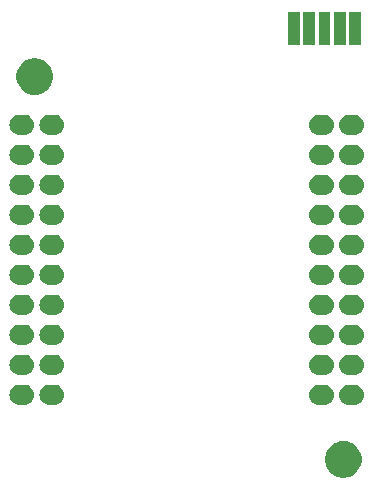
<source format=gbr>
G04 #@! TF.GenerationSoftware,KiCad,Pcbnew,5.1.5*
G04 #@! TF.CreationDate,2020-01-04T22:35:37-05:00*
G04 #@! TF.ProjectId,canairio_hw_pms,63616e61-6972-4696-9f5f-68775f706d73,rev?*
G04 #@! TF.SameCoordinates,PX4c1a6c0PY7ce98a0*
G04 #@! TF.FileFunction,Soldermask,Bot*
G04 #@! TF.FilePolarity,Negative*
%FSLAX46Y46*%
G04 Gerber Fmt 4.6, Leading zero omitted, Abs format (unit mm)*
G04 Created by KiCad (PCBNEW 5.1.5) date 2020-01-04 22:35:37*
%MOMM*%
%LPD*%
G04 APERTURE LIST*
%ADD10C,0.100000*%
G04 APERTURE END LIST*
D10*
G36*
X32903785Y7301298D02*
G01*
X33053610Y7271496D01*
X33335874Y7154579D01*
X33589905Y6984841D01*
X33805941Y6768805D01*
X33975679Y6514774D01*
X34092596Y6232510D01*
X34152200Y5932860D01*
X34152200Y5627340D01*
X34092596Y5327690D01*
X33975679Y5045426D01*
X33805941Y4791395D01*
X33589905Y4575359D01*
X33335874Y4405621D01*
X33053610Y4288704D01*
X32903785Y4258902D01*
X32753961Y4229100D01*
X32448439Y4229100D01*
X32298615Y4258902D01*
X32148790Y4288704D01*
X31866526Y4405621D01*
X31612495Y4575359D01*
X31396459Y4791395D01*
X31226721Y5045426D01*
X31109804Y5327690D01*
X31050200Y5627340D01*
X31050200Y5932860D01*
X31109804Y6232510D01*
X31226721Y6514774D01*
X31396459Y6768805D01*
X31612495Y6984841D01*
X31866526Y7154579D01*
X32148790Y7271496D01*
X32298615Y7301298D01*
X32448439Y7331100D01*
X32753961Y7331100D01*
X32903785Y7301298D01*
G37*
G36*
X33584936Y12104593D02*
G01*
X33668343Y12096378D01*
X33828870Y12047682D01*
X33976813Y11968605D01*
X34010592Y11940883D01*
X34106486Y11862186D01*
X34185183Y11766292D01*
X34212905Y11732513D01*
X34291982Y11584570D01*
X34340678Y11424043D01*
X34357120Y11257100D01*
X34340678Y11090157D01*
X34291982Y10929630D01*
X34212905Y10781687D01*
X34185183Y10747908D01*
X34106486Y10652014D01*
X34010592Y10573317D01*
X33976813Y10545595D01*
X33828870Y10466518D01*
X33668343Y10417822D01*
X33584936Y10409607D01*
X33543233Y10405500D01*
X33079967Y10405500D01*
X33038264Y10409607D01*
X32954857Y10417822D01*
X32794330Y10466518D01*
X32646387Y10545595D01*
X32612608Y10573317D01*
X32516714Y10652014D01*
X32438017Y10747908D01*
X32410295Y10781687D01*
X32331218Y10929630D01*
X32282522Y11090157D01*
X32266080Y11257100D01*
X32282522Y11424043D01*
X32331218Y11584570D01*
X32410295Y11732513D01*
X32438017Y11766292D01*
X32516714Y11862186D01*
X32612608Y11940883D01*
X32646387Y11968605D01*
X32794330Y12047682D01*
X32954857Y12096378D01*
X33038264Y12104593D01*
X33079967Y12108700D01*
X33543233Y12108700D01*
X33584936Y12104593D01*
G37*
G36*
X5664936Y12104593D02*
G01*
X5748343Y12096378D01*
X5908870Y12047682D01*
X6056813Y11968605D01*
X6090592Y11940883D01*
X6186486Y11862186D01*
X6265183Y11766292D01*
X6292905Y11732513D01*
X6371982Y11584570D01*
X6420678Y11424043D01*
X6437120Y11257100D01*
X6420678Y11090157D01*
X6371982Y10929630D01*
X6292905Y10781687D01*
X6265183Y10747908D01*
X6186486Y10652014D01*
X6090592Y10573317D01*
X6056813Y10545595D01*
X5908870Y10466518D01*
X5748343Y10417822D01*
X5664936Y10409607D01*
X5623233Y10405500D01*
X5159967Y10405500D01*
X5118264Y10409607D01*
X5034857Y10417822D01*
X4874330Y10466518D01*
X4726387Y10545595D01*
X4692608Y10573317D01*
X4596714Y10652014D01*
X4518017Y10747908D01*
X4490295Y10781687D01*
X4411218Y10929630D01*
X4362522Y11090157D01*
X4346080Y11257100D01*
X4362522Y11424043D01*
X4411218Y11584570D01*
X4490295Y11732513D01*
X4518017Y11766292D01*
X4596714Y11862186D01*
X4692608Y11940883D01*
X4726387Y11968605D01*
X4874330Y12047682D01*
X5034857Y12096378D01*
X5118264Y12104593D01*
X5159967Y12108700D01*
X5623233Y12108700D01*
X5664936Y12104593D01*
G37*
G36*
X31044936Y12104593D02*
G01*
X31128343Y12096378D01*
X31288870Y12047682D01*
X31436813Y11968605D01*
X31470592Y11940883D01*
X31566486Y11862186D01*
X31645183Y11766292D01*
X31672905Y11732513D01*
X31751982Y11584570D01*
X31800678Y11424043D01*
X31817120Y11257100D01*
X31800678Y11090157D01*
X31751982Y10929630D01*
X31672905Y10781687D01*
X31645183Y10747908D01*
X31566486Y10652014D01*
X31470592Y10573317D01*
X31436813Y10545595D01*
X31288870Y10466518D01*
X31128343Y10417822D01*
X31044936Y10409607D01*
X31003233Y10405500D01*
X30539967Y10405500D01*
X30498264Y10409607D01*
X30414857Y10417822D01*
X30254330Y10466518D01*
X30106387Y10545595D01*
X30072608Y10573317D01*
X29976714Y10652014D01*
X29898017Y10747908D01*
X29870295Y10781687D01*
X29791218Y10929630D01*
X29742522Y11090157D01*
X29726080Y11257100D01*
X29742522Y11424043D01*
X29791218Y11584570D01*
X29870295Y11732513D01*
X29898017Y11766292D01*
X29976714Y11862186D01*
X30072608Y11940883D01*
X30106387Y11968605D01*
X30254330Y12047682D01*
X30414857Y12096378D01*
X30498264Y12104593D01*
X30539967Y12108700D01*
X31003233Y12108700D01*
X31044936Y12104593D01*
G37*
G36*
X8204936Y12104593D02*
G01*
X8288343Y12096378D01*
X8448870Y12047682D01*
X8596813Y11968605D01*
X8630592Y11940883D01*
X8726486Y11862186D01*
X8805183Y11766292D01*
X8832905Y11732513D01*
X8911982Y11584570D01*
X8960678Y11424043D01*
X8977120Y11257100D01*
X8960678Y11090157D01*
X8911982Y10929630D01*
X8832905Y10781687D01*
X8805183Y10747908D01*
X8726486Y10652014D01*
X8630592Y10573317D01*
X8596813Y10545595D01*
X8448870Y10466518D01*
X8288343Y10417822D01*
X8204936Y10409607D01*
X8163233Y10405500D01*
X7699967Y10405500D01*
X7658264Y10409607D01*
X7574857Y10417822D01*
X7414330Y10466518D01*
X7266387Y10545595D01*
X7232608Y10573317D01*
X7136714Y10652014D01*
X7058017Y10747908D01*
X7030295Y10781687D01*
X6951218Y10929630D01*
X6902522Y11090157D01*
X6886080Y11257100D01*
X6902522Y11424043D01*
X6951218Y11584570D01*
X7030295Y11732513D01*
X7058017Y11766292D01*
X7136714Y11862186D01*
X7232608Y11940883D01*
X7266387Y11968605D01*
X7414330Y12047682D01*
X7574857Y12096378D01*
X7658264Y12104593D01*
X7699967Y12108700D01*
X8163233Y12108700D01*
X8204936Y12104593D01*
G37*
G36*
X8204936Y14644593D02*
G01*
X8288343Y14636378D01*
X8448870Y14587682D01*
X8596813Y14508605D01*
X8630592Y14480883D01*
X8726486Y14402186D01*
X8805183Y14306292D01*
X8832905Y14272513D01*
X8911982Y14124570D01*
X8960678Y13964043D01*
X8977120Y13797100D01*
X8960678Y13630157D01*
X8911982Y13469630D01*
X8832905Y13321687D01*
X8805183Y13287908D01*
X8726486Y13192014D01*
X8630592Y13113317D01*
X8596813Y13085595D01*
X8448870Y13006518D01*
X8288343Y12957822D01*
X8204936Y12949607D01*
X8163233Y12945500D01*
X7699967Y12945500D01*
X7658264Y12949607D01*
X7574857Y12957822D01*
X7414330Y13006518D01*
X7266387Y13085595D01*
X7232608Y13113317D01*
X7136714Y13192014D01*
X7058017Y13287908D01*
X7030295Y13321687D01*
X6951218Y13469630D01*
X6902522Y13630157D01*
X6886080Y13797100D01*
X6902522Y13964043D01*
X6951218Y14124570D01*
X7030295Y14272513D01*
X7058017Y14306292D01*
X7136714Y14402186D01*
X7232608Y14480883D01*
X7266387Y14508605D01*
X7414330Y14587682D01*
X7574857Y14636378D01*
X7658264Y14644593D01*
X7699967Y14648700D01*
X8163233Y14648700D01*
X8204936Y14644593D01*
G37*
G36*
X5664936Y14644593D02*
G01*
X5748343Y14636378D01*
X5908870Y14587682D01*
X6056813Y14508605D01*
X6090592Y14480883D01*
X6186486Y14402186D01*
X6265183Y14306292D01*
X6292905Y14272513D01*
X6371982Y14124570D01*
X6420678Y13964043D01*
X6437120Y13797100D01*
X6420678Y13630157D01*
X6371982Y13469630D01*
X6292905Y13321687D01*
X6265183Y13287908D01*
X6186486Y13192014D01*
X6090592Y13113317D01*
X6056813Y13085595D01*
X5908870Y13006518D01*
X5748343Y12957822D01*
X5664936Y12949607D01*
X5623233Y12945500D01*
X5159967Y12945500D01*
X5118264Y12949607D01*
X5034857Y12957822D01*
X4874330Y13006518D01*
X4726387Y13085595D01*
X4692608Y13113317D01*
X4596714Y13192014D01*
X4518017Y13287908D01*
X4490295Y13321687D01*
X4411218Y13469630D01*
X4362522Y13630157D01*
X4346080Y13797100D01*
X4362522Y13964043D01*
X4411218Y14124570D01*
X4490295Y14272513D01*
X4518017Y14306292D01*
X4596714Y14402186D01*
X4692608Y14480883D01*
X4726387Y14508605D01*
X4874330Y14587682D01*
X5034857Y14636378D01*
X5118264Y14644593D01*
X5159967Y14648700D01*
X5623233Y14648700D01*
X5664936Y14644593D01*
G37*
G36*
X31044936Y14644593D02*
G01*
X31128343Y14636378D01*
X31288870Y14587682D01*
X31436813Y14508605D01*
X31470592Y14480883D01*
X31566486Y14402186D01*
X31645183Y14306292D01*
X31672905Y14272513D01*
X31751982Y14124570D01*
X31800678Y13964043D01*
X31817120Y13797100D01*
X31800678Y13630157D01*
X31751982Y13469630D01*
X31672905Y13321687D01*
X31645183Y13287908D01*
X31566486Y13192014D01*
X31470592Y13113317D01*
X31436813Y13085595D01*
X31288870Y13006518D01*
X31128343Y12957822D01*
X31044936Y12949607D01*
X31003233Y12945500D01*
X30539967Y12945500D01*
X30498264Y12949607D01*
X30414857Y12957822D01*
X30254330Y13006518D01*
X30106387Y13085595D01*
X30072608Y13113317D01*
X29976714Y13192014D01*
X29898017Y13287908D01*
X29870295Y13321687D01*
X29791218Y13469630D01*
X29742522Y13630157D01*
X29726080Y13797100D01*
X29742522Y13964043D01*
X29791218Y14124570D01*
X29870295Y14272513D01*
X29898017Y14306292D01*
X29976714Y14402186D01*
X30072608Y14480883D01*
X30106387Y14508605D01*
X30254330Y14587682D01*
X30414857Y14636378D01*
X30498264Y14644593D01*
X30539967Y14648700D01*
X31003233Y14648700D01*
X31044936Y14644593D01*
G37*
G36*
X33584936Y14644593D02*
G01*
X33668343Y14636378D01*
X33828870Y14587682D01*
X33976813Y14508605D01*
X34010592Y14480883D01*
X34106486Y14402186D01*
X34185183Y14306292D01*
X34212905Y14272513D01*
X34291982Y14124570D01*
X34340678Y13964043D01*
X34357120Y13797100D01*
X34340678Y13630157D01*
X34291982Y13469630D01*
X34212905Y13321687D01*
X34185183Y13287908D01*
X34106486Y13192014D01*
X34010592Y13113317D01*
X33976813Y13085595D01*
X33828870Y13006518D01*
X33668343Y12957822D01*
X33584936Y12949607D01*
X33543233Y12945500D01*
X33079967Y12945500D01*
X33038264Y12949607D01*
X32954857Y12957822D01*
X32794330Y13006518D01*
X32646387Y13085595D01*
X32612608Y13113317D01*
X32516714Y13192014D01*
X32438017Y13287908D01*
X32410295Y13321687D01*
X32331218Y13469630D01*
X32282522Y13630157D01*
X32266080Y13797100D01*
X32282522Y13964043D01*
X32331218Y14124570D01*
X32410295Y14272513D01*
X32438017Y14306292D01*
X32516714Y14402186D01*
X32612608Y14480883D01*
X32646387Y14508605D01*
X32794330Y14587682D01*
X32954857Y14636378D01*
X33038264Y14644593D01*
X33079967Y14648700D01*
X33543233Y14648700D01*
X33584936Y14644593D01*
G37*
G36*
X8204936Y17184593D02*
G01*
X8288343Y17176378D01*
X8448870Y17127682D01*
X8596813Y17048605D01*
X8630592Y17020883D01*
X8726486Y16942186D01*
X8805183Y16846292D01*
X8832905Y16812513D01*
X8911982Y16664570D01*
X8960678Y16504043D01*
X8977120Y16337100D01*
X8960678Y16170157D01*
X8911982Y16009630D01*
X8832905Y15861687D01*
X8805183Y15827908D01*
X8726486Y15732014D01*
X8630592Y15653317D01*
X8596813Y15625595D01*
X8448870Y15546518D01*
X8288343Y15497822D01*
X8204936Y15489607D01*
X8163233Y15485500D01*
X7699967Y15485500D01*
X7658264Y15489607D01*
X7574857Y15497822D01*
X7414330Y15546518D01*
X7266387Y15625595D01*
X7232608Y15653317D01*
X7136714Y15732014D01*
X7058017Y15827908D01*
X7030295Y15861687D01*
X6951218Y16009630D01*
X6902522Y16170157D01*
X6886080Y16337100D01*
X6902522Y16504043D01*
X6951218Y16664570D01*
X7030295Y16812513D01*
X7058017Y16846292D01*
X7136714Y16942186D01*
X7232608Y17020883D01*
X7266387Y17048605D01*
X7414330Y17127682D01*
X7574857Y17176378D01*
X7658264Y17184593D01*
X7699967Y17188700D01*
X8163233Y17188700D01*
X8204936Y17184593D01*
G37*
G36*
X5664936Y17184593D02*
G01*
X5748343Y17176378D01*
X5908870Y17127682D01*
X6056813Y17048605D01*
X6090592Y17020883D01*
X6186486Y16942186D01*
X6265183Y16846292D01*
X6292905Y16812513D01*
X6371982Y16664570D01*
X6420678Y16504043D01*
X6437120Y16337100D01*
X6420678Y16170157D01*
X6371982Y16009630D01*
X6292905Y15861687D01*
X6265183Y15827908D01*
X6186486Y15732014D01*
X6090592Y15653317D01*
X6056813Y15625595D01*
X5908870Y15546518D01*
X5748343Y15497822D01*
X5664936Y15489607D01*
X5623233Y15485500D01*
X5159967Y15485500D01*
X5118264Y15489607D01*
X5034857Y15497822D01*
X4874330Y15546518D01*
X4726387Y15625595D01*
X4692608Y15653317D01*
X4596714Y15732014D01*
X4518017Y15827908D01*
X4490295Y15861687D01*
X4411218Y16009630D01*
X4362522Y16170157D01*
X4346080Y16337100D01*
X4362522Y16504043D01*
X4411218Y16664570D01*
X4490295Y16812513D01*
X4518017Y16846292D01*
X4596714Y16942186D01*
X4692608Y17020883D01*
X4726387Y17048605D01*
X4874330Y17127682D01*
X5034857Y17176378D01*
X5118264Y17184593D01*
X5159967Y17188700D01*
X5623233Y17188700D01*
X5664936Y17184593D01*
G37*
G36*
X33584936Y17184593D02*
G01*
X33668343Y17176378D01*
X33828870Y17127682D01*
X33976813Y17048605D01*
X34010592Y17020883D01*
X34106486Y16942186D01*
X34185183Y16846292D01*
X34212905Y16812513D01*
X34291982Y16664570D01*
X34340678Y16504043D01*
X34357120Y16337100D01*
X34340678Y16170157D01*
X34291982Y16009630D01*
X34212905Y15861687D01*
X34185183Y15827908D01*
X34106486Y15732014D01*
X34010592Y15653317D01*
X33976813Y15625595D01*
X33828870Y15546518D01*
X33668343Y15497822D01*
X33584936Y15489607D01*
X33543233Y15485500D01*
X33079967Y15485500D01*
X33038264Y15489607D01*
X32954857Y15497822D01*
X32794330Y15546518D01*
X32646387Y15625595D01*
X32612608Y15653317D01*
X32516714Y15732014D01*
X32438017Y15827908D01*
X32410295Y15861687D01*
X32331218Y16009630D01*
X32282522Y16170157D01*
X32266080Y16337100D01*
X32282522Y16504043D01*
X32331218Y16664570D01*
X32410295Y16812513D01*
X32438017Y16846292D01*
X32516714Y16942186D01*
X32612608Y17020883D01*
X32646387Y17048605D01*
X32794330Y17127682D01*
X32954857Y17176378D01*
X33038264Y17184593D01*
X33079967Y17188700D01*
X33543233Y17188700D01*
X33584936Y17184593D01*
G37*
G36*
X31044936Y17184593D02*
G01*
X31128343Y17176378D01*
X31288870Y17127682D01*
X31436813Y17048605D01*
X31470592Y17020883D01*
X31566486Y16942186D01*
X31645183Y16846292D01*
X31672905Y16812513D01*
X31751982Y16664570D01*
X31800678Y16504043D01*
X31817120Y16337100D01*
X31800678Y16170157D01*
X31751982Y16009630D01*
X31672905Y15861687D01*
X31645183Y15827908D01*
X31566486Y15732014D01*
X31470592Y15653317D01*
X31436813Y15625595D01*
X31288870Y15546518D01*
X31128343Y15497822D01*
X31044936Y15489607D01*
X31003233Y15485500D01*
X30539967Y15485500D01*
X30498264Y15489607D01*
X30414857Y15497822D01*
X30254330Y15546518D01*
X30106387Y15625595D01*
X30072608Y15653317D01*
X29976714Y15732014D01*
X29898017Y15827908D01*
X29870295Y15861687D01*
X29791218Y16009630D01*
X29742522Y16170157D01*
X29726080Y16337100D01*
X29742522Y16504043D01*
X29791218Y16664570D01*
X29870295Y16812513D01*
X29898017Y16846292D01*
X29976714Y16942186D01*
X30072608Y17020883D01*
X30106387Y17048605D01*
X30254330Y17127682D01*
X30414857Y17176378D01*
X30498264Y17184593D01*
X30539967Y17188700D01*
X31003233Y17188700D01*
X31044936Y17184593D01*
G37*
G36*
X31044936Y19724593D02*
G01*
X31128343Y19716378D01*
X31288870Y19667682D01*
X31436813Y19588605D01*
X31470592Y19560883D01*
X31566486Y19482186D01*
X31645183Y19386292D01*
X31672905Y19352513D01*
X31751982Y19204570D01*
X31800678Y19044043D01*
X31817120Y18877100D01*
X31800678Y18710157D01*
X31751982Y18549630D01*
X31672905Y18401687D01*
X31645183Y18367908D01*
X31566486Y18272014D01*
X31470592Y18193317D01*
X31436813Y18165595D01*
X31288870Y18086518D01*
X31128343Y18037822D01*
X31044936Y18029607D01*
X31003233Y18025500D01*
X30539967Y18025500D01*
X30498264Y18029607D01*
X30414857Y18037822D01*
X30254330Y18086518D01*
X30106387Y18165595D01*
X30072608Y18193317D01*
X29976714Y18272014D01*
X29898017Y18367908D01*
X29870295Y18401687D01*
X29791218Y18549630D01*
X29742522Y18710157D01*
X29726080Y18877100D01*
X29742522Y19044043D01*
X29791218Y19204570D01*
X29870295Y19352513D01*
X29898017Y19386292D01*
X29976714Y19482186D01*
X30072608Y19560883D01*
X30106387Y19588605D01*
X30254330Y19667682D01*
X30414857Y19716378D01*
X30498264Y19724593D01*
X30539967Y19728700D01*
X31003233Y19728700D01*
X31044936Y19724593D01*
G37*
G36*
X33584936Y19724593D02*
G01*
X33668343Y19716378D01*
X33828870Y19667682D01*
X33976813Y19588605D01*
X34010592Y19560883D01*
X34106486Y19482186D01*
X34185183Y19386292D01*
X34212905Y19352513D01*
X34291982Y19204570D01*
X34340678Y19044043D01*
X34357120Y18877100D01*
X34340678Y18710157D01*
X34291982Y18549630D01*
X34212905Y18401687D01*
X34185183Y18367908D01*
X34106486Y18272014D01*
X34010592Y18193317D01*
X33976813Y18165595D01*
X33828870Y18086518D01*
X33668343Y18037822D01*
X33584936Y18029607D01*
X33543233Y18025500D01*
X33079967Y18025500D01*
X33038264Y18029607D01*
X32954857Y18037822D01*
X32794330Y18086518D01*
X32646387Y18165595D01*
X32612608Y18193317D01*
X32516714Y18272014D01*
X32438017Y18367908D01*
X32410295Y18401687D01*
X32331218Y18549630D01*
X32282522Y18710157D01*
X32266080Y18877100D01*
X32282522Y19044043D01*
X32331218Y19204570D01*
X32410295Y19352513D01*
X32438017Y19386292D01*
X32516714Y19482186D01*
X32612608Y19560883D01*
X32646387Y19588605D01*
X32794330Y19667682D01*
X32954857Y19716378D01*
X33038264Y19724593D01*
X33079967Y19728700D01*
X33543233Y19728700D01*
X33584936Y19724593D01*
G37*
G36*
X5664936Y19724593D02*
G01*
X5748343Y19716378D01*
X5908870Y19667682D01*
X6056813Y19588605D01*
X6090592Y19560883D01*
X6186486Y19482186D01*
X6265183Y19386292D01*
X6292905Y19352513D01*
X6371982Y19204570D01*
X6420678Y19044043D01*
X6437120Y18877100D01*
X6420678Y18710157D01*
X6371982Y18549630D01*
X6292905Y18401687D01*
X6265183Y18367908D01*
X6186486Y18272014D01*
X6090592Y18193317D01*
X6056813Y18165595D01*
X5908870Y18086518D01*
X5748343Y18037822D01*
X5664936Y18029607D01*
X5623233Y18025500D01*
X5159967Y18025500D01*
X5118264Y18029607D01*
X5034857Y18037822D01*
X4874330Y18086518D01*
X4726387Y18165595D01*
X4692608Y18193317D01*
X4596714Y18272014D01*
X4518017Y18367908D01*
X4490295Y18401687D01*
X4411218Y18549630D01*
X4362522Y18710157D01*
X4346080Y18877100D01*
X4362522Y19044043D01*
X4411218Y19204570D01*
X4490295Y19352513D01*
X4518017Y19386292D01*
X4596714Y19482186D01*
X4692608Y19560883D01*
X4726387Y19588605D01*
X4874330Y19667682D01*
X5034857Y19716378D01*
X5118264Y19724593D01*
X5159967Y19728700D01*
X5623233Y19728700D01*
X5664936Y19724593D01*
G37*
G36*
X8204936Y19724593D02*
G01*
X8288343Y19716378D01*
X8448870Y19667682D01*
X8596813Y19588605D01*
X8630592Y19560883D01*
X8726486Y19482186D01*
X8805183Y19386292D01*
X8832905Y19352513D01*
X8911982Y19204570D01*
X8960678Y19044043D01*
X8977120Y18877100D01*
X8960678Y18710157D01*
X8911982Y18549630D01*
X8832905Y18401687D01*
X8805183Y18367908D01*
X8726486Y18272014D01*
X8630592Y18193317D01*
X8596813Y18165595D01*
X8448870Y18086518D01*
X8288343Y18037822D01*
X8204936Y18029607D01*
X8163233Y18025500D01*
X7699967Y18025500D01*
X7658264Y18029607D01*
X7574857Y18037822D01*
X7414330Y18086518D01*
X7266387Y18165595D01*
X7232608Y18193317D01*
X7136714Y18272014D01*
X7058017Y18367908D01*
X7030295Y18401687D01*
X6951218Y18549630D01*
X6902522Y18710157D01*
X6886080Y18877100D01*
X6902522Y19044043D01*
X6951218Y19204570D01*
X7030295Y19352513D01*
X7058017Y19386292D01*
X7136714Y19482186D01*
X7232608Y19560883D01*
X7266387Y19588605D01*
X7414330Y19667682D01*
X7574857Y19716378D01*
X7658264Y19724593D01*
X7699967Y19728700D01*
X8163233Y19728700D01*
X8204936Y19724593D01*
G37*
G36*
X8204936Y22264593D02*
G01*
X8288343Y22256378D01*
X8448870Y22207682D01*
X8596813Y22128605D01*
X8630592Y22100883D01*
X8726486Y22022186D01*
X8805183Y21926292D01*
X8832905Y21892513D01*
X8911982Y21744570D01*
X8960678Y21584043D01*
X8977120Y21417100D01*
X8960678Y21250157D01*
X8911982Y21089630D01*
X8832905Y20941687D01*
X8805183Y20907908D01*
X8726486Y20812014D01*
X8630592Y20733317D01*
X8596813Y20705595D01*
X8448870Y20626518D01*
X8288343Y20577822D01*
X8204936Y20569607D01*
X8163233Y20565500D01*
X7699967Y20565500D01*
X7658264Y20569607D01*
X7574857Y20577822D01*
X7414330Y20626518D01*
X7266387Y20705595D01*
X7232608Y20733317D01*
X7136714Y20812014D01*
X7058017Y20907908D01*
X7030295Y20941687D01*
X6951218Y21089630D01*
X6902522Y21250157D01*
X6886080Y21417100D01*
X6902522Y21584043D01*
X6951218Y21744570D01*
X7030295Y21892513D01*
X7058017Y21926292D01*
X7136714Y22022186D01*
X7232608Y22100883D01*
X7266387Y22128605D01*
X7414330Y22207682D01*
X7574857Y22256378D01*
X7658264Y22264593D01*
X7699967Y22268700D01*
X8163233Y22268700D01*
X8204936Y22264593D01*
G37*
G36*
X31044936Y22264593D02*
G01*
X31128343Y22256378D01*
X31288870Y22207682D01*
X31436813Y22128605D01*
X31470592Y22100883D01*
X31566486Y22022186D01*
X31645183Y21926292D01*
X31672905Y21892513D01*
X31751982Y21744570D01*
X31800678Y21584043D01*
X31817120Y21417100D01*
X31800678Y21250157D01*
X31751982Y21089630D01*
X31672905Y20941687D01*
X31645183Y20907908D01*
X31566486Y20812014D01*
X31470592Y20733317D01*
X31436813Y20705595D01*
X31288870Y20626518D01*
X31128343Y20577822D01*
X31044936Y20569607D01*
X31003233Y20565500D01*
X30539967Y20565500D01*
X30498264Y20569607D01*
X30414857Y20577822D01*
X30254330Y20626518D01*
X30106387Y20705595D01*
X30072608Y20733317D01*
X29976714Y20812014D01*
X29898017Y20907908D01*
X29870295Y20941687D01*
X29791218Y21089630D01*
X29742522Y21250157D01*
X29726080Y21417100D01*
X29742522Y21584043D01*
X29791218Y21744570D01*
X29870295Y21892513D01*
X29898017Y21926292D01*
X29976714Y22022186D01*
X30072608Y22100883D01*
X30106387Y22128605D01*
X30254330Y22207682D01*
X30414857Y22256378D01*
X30498264Y22264593D01*
X30539967Y22268700D01*
X31003233Y22268700D01*
X31044936Y22264593D01*
G37*
G36*
X33584936Y22264593D02*
G01*
X33668343Y22256378D01*
X33828870Y22207682D01*
X33976813Y22128605D01*
X34010592Y22100883D01*
X34106486Y22022186D01*
X34185183Y21926292D01*
X34212905Y21892513D01*
X34291982Y21744570D01*
X34340678Y21584043D01*
X34357120Y21417100D01*
X34340678Y21250157D01*
X34291982Y21089630D01*
X34212905Y20941687D01*
X34185183Y20907908D01*
X34106486Y20812014D01*
X34010592Y20733317D01*
X33976813Y20705595D01*
X33828870Y20626518D01*
X33668343Y20577822D01*
X33584936Y20569607D01*
X33543233Y20565500D01*
X33079967Y20565500D01*
X33038264Y20569607D01*
X32954857Y20577822D01*
X32794330Y20626518D01*
X32646387Y20705595D01*
X32612608Y20733317D01*
X32516714Y20812014D01*
X32438017Y20907908D01*
X32410295Y20941687D01*
X32331218Y21089630D01*
X32282522Y21250157D01*
X32266080Y21417100D01*
X32282522Y21584043D01*
X32331218Y21744570D01*
X32410295Y21892513D01*
X32438017Y21926292D01*
X32516714Y22022186D01*
X32612608Y22100883D01*
X32646387Y22128605D01*
X32794330Y22207682D01*
X32954857Y22256378D01*
X33038264Y22264593D01*
X33079967Y22268700D01*
X33543233Y22268700D01*
X33584936Y22264593D01*
G37*
G36*
X5664936Y22264593D02*
G01*
X5748343Y22256378D01*
X5908870Y22207682D01*
X6056813Y22128605D01*
X6090592Y22100883D01*
X6186486Y22022186D01*
X6265183Y21926292D01*
X6292905Y21892513D01*
X6371982Y21744570D01*
X6420678Y21584043D01*
X6437120Y21417100D01*
X6420678Y21250157D01*
X6371982Y21089630D01*
X6292905Y20941687D01*
X6265183Y20907908D01*
X6186486Y20812014D01*
X6090592Y20733317D01*
X6056813Y20705595D01*
X5908870Y20626518D01*
X5748343Y20577822D01*
X5664936Y20569607D01*
X5623233Y20565500D01*
X5159967Y20565500D01*
X5118264Y20569607D01*
X5034857Y20577822D01*
X4874330Y20626518D01*
X4726387Y20705595D01*
X4692608Y20733317D01*
X4596714Y20812014D01*
X4518017Y20907908D01*
X4490295Y20941687D01*
X4411218Y21089630D01*
X4362522Y21250157D01*
X4346080Y21417100D01*
X4362522Y21584043D01*
X4411218Y21744570D01*
X4490295Y21892513D01*
X4518017Y21926292D01*
X4596714Y22022186D01*
X4692608Y22100883D01*
X4726387Y22128605D01*
X4874330Y22207682D01*
X5034857Y22256378D01*
X5118264Y22264593D01*
X5159967Y22268700D01*
X5623233Y22268700D01*
X5664936Y22264593D01*
G37*
G36*
X5664936Y24804593D02*
G01*
X5748343Y24796378D01*
X5908870Y24747682D01*
X6056813Y24668605D01*
X6090592Y24640883D01*
X6186486Y24562186D01*
X6265183Y24466292D01*
X6292905Y24432513D01*
X6371982Y24284570D01*
X6420678Y24124043D01*
X6437120Y23957100D01*
X6420678Y23790157D01*
X6371982Y23629630D01*
X6292905Y23481687D01*
X6265183Y23447908D01*
X6186486Y23352014D01*
X6090592Y23273317D01*
X6056813Y23245595D01*
X5908870Y23166518D01*
X5748343Y23117822D01*
X5664936Y23109607D01*
X5623233Y23105500D01*
X5159967Y23105500D01*
X5118264Y23109607D01*
X5034857Y23117822D01*
X4874330Y23166518D01*
X4726387Y23245595D01*
X4692608Y23273317D01*
X4596714Y23352014D01*
X4518017Y23447908D01*
X4490295Y23481687D01*
X4411218Y23629630D01*
X4362522Y23790157D01*
X4346080Y23957100D01*
X4362522Y24124043D01*
X4411218Y24284570D01*
X4490295Y24432513D01*
X4518017Y24466292D01*
X4596714Y24562186D01*
X4692608Y24640883D01*
X4726387Y24668605D01*
X4874330Y24747682D01*
X5034857Y24796378D01*
X5118264Y24804593D01*
X5159967Y24808700D01*
X5623233Y24808700D01*
X5664936Y24804593D01*
G37*
G36*
X31044936Y24804593D02*
G01*
X31128343Y24796378D01*
X31288870Y24747682D01*
X31436813Y24668605D01*
X31470592Y24640883D01*
X31566486Y24562186D01*
X31645183Y24466292D01*
X31672905Y24432513D01*
X31751982Y24284570D01*
X31800678Y24124043D01*
X31817120Y23957100D01*
X31800678Y23790157D01*
X31751982Y23629630D01*
X31672905Y23481687D01*
X31645183Y23447908D01*
X31566486Y23352014D01*
X31470592Y23273317D01*
X31436813Y23245595D01*
X31288870Y23166518D01*
X31128343Y23117822D01*
X31044936Y23109607D01*
X31003233Y23105500D01*
X30539967Y23105500D01*
X30498264Y23109607D01*
X30414857Y23117822D01*
X30254330Y23166518D01*
X30106387Y23245595D01*
X30072608Y23273317D01*
X29976714Y23352014D01*
X29898017Y23447908D01*
X29870295Y23481687D01*
X29791218Y23629630D01*
X29742522Y23790157D01*
X29726080Y23957100D01*
X29742522Y24124043D01*
X29791218Y24284570D01*
X29870295Y24432513D01*
X29898017Y24466292D01*
X29976714Y24562186D01*
X30072608Y24640883D01*
X30106387Y24668605D01*
X30254330Y24747682D01*
X30414857Y24796378D01*
X30498264Y24804593D01*
X30539967Y24808700D01*
X31003233Y24808700D01*
X31044936Y24804593D01*
G37*
G36*
X8204936Y24804593D02*
G01*
X8288343Y24796378D01*
X8448870Y24747682D01*
X8596813Y24668605D01*
X8630592Y24640883D01*
X8726486Y24562186D01*
X8805183Y24466292D01*
X8832905Y24432513D01*
X8911982Y24284570D01*
X8960678Y24124043D01*
X8977120Y23957100D01*
X8960678Y23790157D01*
X8911982Y23629630D01*
X8832905Y23481687D01*
X8805183Y23447908D01*
X8726486Y23352014D01*
X8630592Y23273317D01*
X8596813Y23245595D01*
X8448870Y23166518D01*
X8288343Y23117822D01*
X8204936Y23109607D01*
X8163233Y23105500D01*
X7699967Y23105500D01*
X7658264Y23109607D01*
X7574857Y23117822D01*
X7414330Y23166518D01*
X7266387Y23245595D01*
X7232608Y23273317D01*
X7136714Y23352014D01*
X7058017Y23447908D01*
X7030295Y23481687D01*
X6951218Y23629630D01*
X6902522Y23790157D01*
X6886080Y23957100D01*
X6902522Y24124043D01*
X6951218Y24284570D01*
X7030295Y24432513D01*
X7058017Y24466292D01*
X7136714Y24562186D01*
X7232608Y24640883D01*
X7266387Y24668605D01*
X7414330Y24747682D01*
X7574857Y24796378D01*
X7658264Y24804593D01*
X7699967Y24808700D01*
X8163233Y24808700D01*
X8204936Y24804593D01*
G37*
G36*
X33584936Y24804593D02*
G01*
X33668343Y24796378D01*
X33828870Y24747682D01*
X33976813Y24668605D01*
X34010592Y24640883D01*
X34106486Y24562186D01*
X34185183Y24466292D01*
X34212905Y24432513D01*
X34291982Y24284570D01*
X34340678Y24124043D01*
X34357120Y23957100D01*
X34340678Y23790157D01*
X34291982Y23629630D01*
X34212905Y23481687D01*
X34185183Y23447908D01*
X34106486Y23352014D01*
X34010592Y23273317D01*
X33976813Y23245595D01*
X33828870Y23166518D01*
X33668343Y23117822D01*
X33584936Y23109607D01*
X33543233Y23105500D01*
X33079967Y23105500D01*
X33038264Y23109607D01*
X32954857Y23117822D01*
X32794330Y23166518D01*
X32646387Y23245595D01*
X32612608Y23273317D01*
X32516714Y23352014D01*
X32438017Y23447908D01*
X32410295Y23481687D01*
X32331218Y23629630D01*
X32282522Y23790157D01*
X32266080Y23957100D01*
X32282522Y24124043D01*
X32331218Y24284570D01*
X32410295Y24432513D01*
X32438017Y24466292D01*
X32516714Y24562186D01*
X32612608Y24640883D01*
X32646387Y24668605D01*
X32794330Y24747682D01*
X32954857Y24796378D01*
X33038264Y24804593D01*
X33079967Y24808700D01*
X33543233Y24808700D01*
X33584936Y24804593D01*
G37*
G36*
X33584936Y27344593D02*
G01*
X33668343Y27336378D01*
X33828870Y27287682D01*
X33976813Y27208605D01*
X34010592Y27180883D01*
X34106486Y27102186D01*
X34185183Y27006292D01*
X34212905Y26972513D01*
X34291982Y26824570D01*
X34340678Y26664043D01*
X34357120Y26497100D01*
X34340678Y26330157D01*
X34291982Y26169630D01*
X34212905Y26021687D01*
X34185183Y25987908D01*
X34106486Y25892014D01*
X34010592Y25813317D01*
X33976813Y25785595D01*
X33828870Y25706518D01*
X33668343Y25657822D01*
X33584936Y25649607D01*
X33543233Y25645500D01*
X33079967Y25645500D01*
X33038264Y25649607D01*
X32954857Y25657822D01*
X32794330Y25706518D01*
X32646387Y25785595D01*
X32612608Y25813317D01*
X32516714Y25892014D01*
X32438017Y25987908D01*
X32410295Y26021687D01*
X32331218Y26169630D01*
X32282522Y26330157D01*
X32266080Y26497100D01*
X32282522Y26664043D01*
X32331218Y26824570D01*
X32410295Y26972513D01*
X32438017Y27006292D01*
X32516714Y27102186D01*
X32612608Y27180883D01*
X32646387Y27208605D01*
X32794330Y27287682D01*
X32954857Y27336378D01*
X33038264Y27344593D01*
X33079967Y27348700D01*
X33543233Y27348700D01*
X33584936Y27344593D01*
G37*
G36*
X5664936Y27344593D02*
G01*
X5748343Y27336378D01*
X5908870Y27287682D01*
X6056813Y27208605D01*
X6090592Y27180883D01*
X6186486Y27102186D01*
X6265183Y27006292D01*
X6292905Y26972513D01*
X6371982Y26824570D01*
X6420678Y26664043D01*
X6437120Y26497100D01*
X6420678Y26330157D01*
X6371982Y26169630D01*
X6292905Y26021687D01*
X6265183Y25987908D01*
X6186486Y25892014D01*
X6090592Y25813317D01*
X6056813Y25785595D01*
X5908870Y25706518D01*
X5748343Y25657822D01*
X5664936Y25649607D01*
X5623233Y25645500D01*
X5159967Y25645500D01*
X5118264Y25649607D01*
X5034857Y25657822D01*
X4874330Y25706518D01*
X4726387Y25785595D01*
X4692608Y25813317D01*
X4596714Y25892014D01*
X4518017Y25987908D01*
X4490295Y26021687D01*
X4411218Y26169630D01*
X4362522Y26330157D01*
X4346080Y26497100D01*
X4362522Y26664043D01*
X4411218Y26824570D01*
X4490295Y26972513D01*
X4518017Y27006292D01*
X4596714Y27102186D01*
X4692608Y27180883D01*
X4726387Y27208605D01*
X4874330Y27287682D01*
X5034857Y27336378D01*
X5118264Y27344593D01*
X5159967Y27348700D01*
X5623233Y27348700D01*
X5664936Y27344593D01*
G37*
G36*
X8204936Y27344593D02*
G01*
X8288343Y27336378D01*
X8448870Y27287682D01*
X8596813Y27208605D01*
X8630592Y27180883D01*
X8726486Y27102186D01*
X8805183Y27006292D01*
X8832905Y26972513D01*
X8911982Y26824570D01*
X8960678Y26664043D01*
X8977120Y26497100D01*
X8960678Y26330157D01*
X8911982Y26169630D01*
X8832905Y26021687D01*
X8805183Y25987908D01*
X8726486Y25892014D01*
X8630592Y25813317D01*
X8596813Y25785595D01*
X8448870Y25706518D01*
X8288343Y25657822D01*
X8204936Y25649607D01*
X8163233Y25645500D01*
X7699967Y25645500D01*
X7658264Y25649607D01*
X7574857Y25657822D01*
X7414330Y25706518D01*
X7266387Y25785595D01*
X7232608Y25813317D01*
X7136714Y25892014D01*
X7058017Y25987908D01*
X7030295Y26021687D01*
X6951218Y26169630D01*
X6902522Y26330157D01*
X6886080Y26497100D01*
X6902522Y26664043D01*
X6951218Y26824570D01*
X7030295Y26972513D01*
X7058017Y27006292D01*
X7136714Y27102186D01*
X7232608Y27180883D01*
X7266387Y27208605D01*
X7414330Y27287682D01*
X7574857Y27336378D01*
X7658264Y27344593D01*
X7699967Y27348700D01*
X8163233Y27348700D01*
X8204936Y27344593D01*
G37*
G36*
X31044936Y27344593D02*
G01*
X31128343Y27336378D01*
X31288870Y27287682D01*
X31436813Y27208605D01*
X31470592Y27180883D01*
X31566486Y27102186D01*
X31645183Y27006292D01*
X31672905Y26972513D01*
X31751982Y26824570D01*
X31800678Y26664043D01*
X31817120Y26497100D01*
X31800678Y26330157D01*
X31751982Y26169630D01*
X31672905Y26021687D01*
X31645183Y25987908D01*
X31566486Y25892014D01*
X31470592Y25813317D01*
X31436813Y25785595D01*
X31288870Y25706518D01*
X31128343Y25657822D01*
X31044936Y25649607D01*
X31003233Y25645500D01*
X30539967Y25645500D01*
X30498264Y25649607D01*
X30414857Y25657822D01*
X30254330Y25706518D01*
X30106387Y25785595D01*
X30072608Y25813317D01*
X29976714Y25892014D01*
X29898017Y25987908D01*
X29870295Y26021687D01*
X29791218Y26169630D01*
X29742522Y26330157D01*
X29726080Y26497100D01*
X29742522Y26664043D01*
X29791218Y26824570D01*
X29870295Y26972513D01*
X29898017Y27006292D01*
X29976714Y27102186D01*
X30072608Y27180883D01*
X30106387Y27208605D01*
X30254330Y27287682D01*
X30414857Y27336378D01*
X30498264Y27344593D01*
X30539967Y27348700D01*
X31003233Y27348700D01*
X31044936Y27344593D01*
G37*
G36*
X33584936Y29884593D02*
G01*
X33668343Y29876378D01*
X33828870Y29827682D01*
X33976813Y29748605D01*
X34010592Y29720883D01*
X34106486Y29642186D01*
X34185183Y29546292D01*
X34212905Y29512513D01*
X34291982Y29364570D01*
X34340678Y29204043D01*
X34357120Y29037100D01*
X34340678Y28870157D01*
X34291982Y28709630D01*
X34212905Y28561687D01*
X34185183Y28527908D01*
X34106486Y28432014D01*
X34010592Y28353317D01*
X33976813Y28325595D01*
X33828870Y28246518D01*
X33668343Y28197822D01*
X33584936Y28189607D01*
X33543233Y28185500D01*
X33079967Y28185500D01*
X33038264Y28189607D01*
X32954857Y28197822D01*
X32794330Y28246518D01*
X32646387Y28325595D01*
X32612608Y28353317D01*
X32516714Y28432014D01*
X32438017Y28527908D01*
X32410295Y28561687D01*
X32331218Y28709630D01*
X32282522Y28870157D01*
X32266080Y29037100D01*
X32282522Y29204043D01*
X32331218Y29364570D01*
X32410295Y29512513D01*
X32438017Y29546292D01*
X32516714Y29642186D01*
X32612608Y29720883D01*
X32646387Y29748605D01*
X32794330Y29827682D01*
X32954857Y29876378D01*
X33038264Y29884593D01*
X33079967Y29888700D01*
X33543233Y29888700D01*
X33584936Y29884593D01*
G37*
G36*
X5664936Y29884593D02*
G01*
X5748343Y29876378D01*
X5908870Y29827682D01*
X6056813Y29748605D01*
X6090592Y29720883D01*
X6186486Y29642186D01*
X6265183Y29546292D01*
X6292905Y29512513D01*
X6371982Y29364570D01*
X6420678Y29204043D01*
X6437120Y29037100D01*
X6420678Y28870157D01*
X6371982Y28709630D01*
X6292905Y28561687D01*
X6265183Y28527908D01*
X6186486Y28432014D01*
X6090592Y28353317D01*
X6056813Y28325595D01*
X5908870Y28246518D01*
X5748343Y28197822D01*
X5664936Y28189607D01*
X5623233Y28185500D01*
X5159967Y28185500D01*
X5118264Y28189607D01*
X5034857Y28197822D01*
X4874330Y28246518D01*
X4726387Y28325595D01*
X4692608Y28353317D01*
X4596714Y28432014D01*
X4518017Y28527908D01*
X4490295Y28561687D01*
X4411218Y28709630D01*
X4362522Y28870157D01*
X4346080Y29037100D01*
X4362522Y29204043D01*
X4411218Y29364570D01*
X4490295Y29512513D01*
X4518017Y29546292D01*
X4596714Y29642186D01*
X4692608Y29720883D01*
X4726387Y29748605D01*
X4874330Y29827682D01*
X5034857Y29876378D01*
X5118264Y29884593D01*
X5159967Y29888700D01*
X5623233Y29888700D01*
X5664936Y29884593D01*
G37*
G36*
X8204936Y29884593D02*
G01*
X8288343Y29876378D01*
X8448870Y29827682D01*
X8596813Y29748605D01*
X8630592Y29720883D01*
X8726486Y29642186D01*
X8805183Y29546292D01*
X8832905Y29512513D01*
X8911982Y29364570D01*
X8960678Y29204043D01*
X8977120Y29037100D01*
X8960678Y28870157D01*
X8911982Y28709630D01*
X8832905Y28561687D01*
X8805183Y28527908D01*
X8726486Y28432014D01*
X8630592Y28353317D01*
X8596813Y28325595D01*
X8448870Y28246518D01*
X8288343Y28197822D01*
X8204936Y28189607D01*
X8163233Y28185500D01*
X7699967Y28185500D01*
X7658264Y28189607D01*
X7574857Y28197822D01*
X7414330Y28246518D01*
X7266387Y28325595D01*
X7232608Y28353317D01*
X7136714Y28432014D01*
X7058017Y28527908D01*
X7030295Y28561687D01*
X6951218Y28709630D01*
X6902522Y28870157D01*
X6886080Y29037100D01*
X6902522Y29204043D01*
X6951218Y29364570D01*
X7030295Y29512513D01*
X7058017Y29546292D01*
X7136714Y29642186D01*
X7232608Y29720883D01*
X7266387Y29748605D01*
X7414330Y29827682D01*
X7574857Y29876378D01*
X7658264Y29884593D01*
X7699967Y29888700D01*
X8163233Y29888700D01*
X8204936Y29884593D01*
G37*
G36*
X31044936Y29884593D02*
G01*
X31128343Y29876378D01*
X31288870Y29827682D01*
X31436813Y29748605D01*
X31470592Y29720883D01*
X31566486Y29642186D01*
X31645183Y29546292D01*
X31672905Y29512513D01*
X31751982Y29364570D01*
X31800678Y29204043D01*
X31817120Y29037100D01*
X31800678Y28870157D01*
X31751982Y28709630D01*
X31672905Y28561687D01*
X31645183Y28527908D01*
X31566486Y28432014D01*
X31470592Y28353317D01*
X31436813Y28325595D01*
X31288870Y28246518D01*
X31128343Y28197822D01*
X31044936Y28189607D01*
X31003233Y28185500D01*
X30539967Y28185500D01*
X30498264Y28189607D01*
X30414857Y28197822D01*
X30254330Y28246518D01*
X30106387Y28325595D01*
X30072608Y28353317D01*
X29976714Y28432014D01*
X29898017Y28527908D01*
X29870295Y28561687D01*
X29791218Y28709630D01*
X29742522Y28870157D01*
X29726080Y29037100D01*
X29742522Y29204043D01*
X29791218Y29364570D01*
X29870295Y29512513D01*
X29898017Y29546292D01*
X29976714Y29642186D01*
X30072608Y29720883D01*
X30106387Y29748605D01*
X30254330Y29827682D01*
X30414857Y29876378D01*
X30498264Y29884593D01*
X30539967Y29888700D01*
X31003233Y29888700D01*
X31044936Y29884593D01*
G37*
G36*
X33584936Y32424593D02*
G01*
X33668343Y32416378D01*
X33828870Y32367682D01*
X33976813Y32288605D01*
X34010592Y32260883D01*
X34106486Y32182186D01*
X34185183Y32086292D01*
X34212905Y32052513D01*
X34291982Y31904570D01*
X34340678Y31744043D01*
X34357120Y31577100D01*
X34340678Y31410157D01*
X34291982Y31249630D01*
X34212905Y31101687D01*
X34185183Y31067908D01*
X34106486Y30972014D01*
X34010592Y30893317D01*
X33976813Y30865595D01*
X33828870Y30786518D01*
X33668343Y30737822D01*
X33584936Y30729607D01*
X33543233Y30725500D01*
X33079967Y30725500D01*
X33038264Y30729607D01*
X32954857Y30737822D01*
X32794330Y30786518D01*
X32646387Y30865595D01*
X32612608Y30893317D01*
X32516714Y30972014D01*
X32438017Y31067908D01*
X32410295Y31101687D01*
X32331218Y31249630D01*
X32282522Y31410157D01*
X32266080Y31577100D01*
X32282522Y31744043D01*
X32331218Y31904570D01*
X32410295Y32052513D01*
X32438017Y32086292D01*
X32516714Y32182186D01*
X32612608Y32260883D01*
X32646387Y32288605D01*
X32794330Y32367682D01*
X32954857Y32416378D01*
X33038264Y32424593D01*
X33079967Y32428700D01*
X33543233Y32428700D01*
X33584936Y32424593D01*
G37*
G36*
X31044936Y32424593D02*
G01*
X31128343Y32416378D01*
X31288870Y32367682D01*
X31436813Y32288605D01*
X31470592Y32260883D01*
X31566486Y32182186D01*
X31645183Y32086292D01*
X31672905Y32052513D01*
X31751982Y31904570D01*
X31800678Y31744043D01*
X31817120Y31577100D01*
X31800678Y31410157D01*
X31751982Y31249630D01*
X31672905Y31101687D01*
X31645183Y31067908D01*
X31566486Y30972014D01*
X31470592Y30893317D01*
X31436813Y30865595D01*
X31288870Y30786518D01*
X31128343Y30737822D01*
X31044936Y30729607D01*
X31003233Y30725500D01*
X30539967Y30725500D01*
X30498264Y30729607D01*
X30414857Y30737822D01*
X30254330Y30786518D01*
X30106387Y30865595D01*
X30072608Y30893317D01*
X29976714Y30972014D01*
X29898017Y31067908D01*
X29870295Y31101687D01*
X29791218Y31249630D01*
X29742522Y31410157D01*
X29726080Y31577100D01*
X29742522Y31744043D01*
X29791218Y31904570D01*
X29870295Y32052513D01*
X29898017Y32086292D01*
X29976714Y32182186D01*
X30072608Y32260883D01*
X30106387Y32288605D01*
X30254330Y32367682D01*
X30414857Y32416378D01*
X30498264Y32424593D01*
X30539967Y32428700D01*
X31003233Y32428700D01*
X31044936Y32424593D01*
G37*
G36*
X5664936Y32424593D02*
G01*
X5748343Y32416378D01*
X5908870Y32367682D01*
X6056813Y32288605D01*
X6090592Y32260883D01*
X6186486Y32182186D01*
X6265183Y32086292D01*
X6292905Y32052513D01*
X6371982Y31904570D01*
X6420678Y31744043D01*
X6437120Y31577100D01*
X6420678Y31410157D01*
X6371982Y31249630D01*
X6292905Y31101687D01*
X6265183Y31067908D01*
X6186486Y30972014D01*
X6090592Y30893317D01*
X6056813Y30865595D01*
X5908870Y30786518D01*
X5748343Y30737822D01*
X5664936Y30729607D01*
X5623233Y30725500D01*
X5159967Y30725500D01*
X5118264Y30729607D01*
X5034857Y30737822D01*
X4874330Y30786518D01*
X4726387Y30865595D01*
X4692608Y30893317D01*
X4596714Y30972014D01*
X4518017Y31067908D01*
X4490295Y31101687D01*
X4411218Y31249630D01*
X4362522Y31410157D01*
X4346080Y31577100D01*
X4362522Y31744043D01*
X4411218Y31904570D01*
X4490295Y32052513D01*
X4518017Y32086292D01*
X4596714Y32182186D01*
X4692608Y32260883D01*
X4726387Y32288605D01*
X4874330Y32367682D01*
X5034857Y32416378D01*
X5118264Y32424593D01*
X5159967Y32428700D01*
X5623233Y32428700D01*
X5664936Y32424593D01*
G37*
G36*
X8204936Y32424593D02*
G01*
X8288343Y32416378D01*
X8448870Y32367682D01*
X8596813Y32288605D01*
X8630592Y32260883D01*
X8726486Y32182186D01*
X8805183Y32086292D01*
X8832905Y32052513D01*
X8911982Y31904570D01*
X8960678Y31744043D01*
X8977120Y31577100D01*
X8960678Y31410157D01*
X8911982Y31249630D01*
X8832905Y31101687D01*
X8805183Y31067908D01*
X8726486Y30972014D01*
X8630592Y30893317D01*
X8596813Y30865595D01*
X8448870Y30786518D01*
X8288343Y30737822D01*
X8204936Y30729607D01*
X8163233Y30725500D01*
X7699967Y30725500D01*
X7658264Y30729607D01*
X7574857Y30737822D01*
X7414330Y30786518D01*
X7266387Y30865595D01*
X7232608Y30893317D01*
X7136714Y30972014D01*
X7058017Y31067908D01*
X7030295Y31101687D01*
X6951218Y31249630D01*
X6902522Y31410157D01*
X6886080Y31577100D01*
X6902522Y31744043D01*
X6951218Y31904570D01*
X7030295Y32052513D01*
X7058017Y32086292D01*
X7136714Y32182186D01*
X7232608Y32260883D01*
X7266387Y32288605D01*
X7414330Y32367682D01*
X7574857Y32416378D01*
X7658264Y32424593D01*
X7699967Y32428700D01*
X8163233Y32428700D01*
X8204936Y32424593D01*
G37*
G36*
X33584936Y34964593D02*
G01*
X33668343Y34956378D01*
X33828870Y34907682D01*
X33976813Y34828605D01*
X34010592Y34800883D01*
X34106486Y34722186D01*
X34185183Y34626292D01*
X34212905Y34592513D01*
X34291982Y34444570D01*
X34340678Y34284043D01*
X34357120Y34117100D01*
X34340678Y33950157D01*
X34291982Y33789630D01*
X34212905Y33641687D01*
X34185183Y33607908D01*
X34106486Y33512014D01*
X34010592Y33433317D01*
X33976813Y33405595D01*
X33828870Y33326518D01*
X33668343Y33277822D01*
X33584936Y33269607D01*
X33543233Y33265500D01*
X33079967Y33265500D01*
X33038264Y33269607D01*
X32954857Y33277822D01*
X32794330Y33326518D01*
X32646387Y33405595D01*
X32612608Y33433317D01*
X32516714Y33512014D01*
X32438017Y33607908D01*
X32410295Y33641687D01*
X32331218Y33789630D01*
X32282522Y33950157D01*
X32266080Y34117100D01*
X32282522Y34284043D01*
X32331218Y34444570D01*
X32410295Y34592513D01*
X32438017Y34626292D01*
X32516714Y34722186D01*
X32612608Y34800883D01*
X32646387Y34828605D01*
X32794330Y34907682D01*
X32954857Y34956378D01*
X33038264Y34964593D01*
X33079967Y34968700D01*
X33543233Y34968700D01*
X33584936Y34964593D01*
G37*
G36*
X31044936Y34964593D02*
G01*
X31128343Y34956378D01*
X31288870Y34907682D01*
X31436813Y34828605D01*
X31470592Y34800883D01*
X31566486Y34722186D01*
X31645183Y34626292D01*
X31672905Y34592513D01*
X31751982Y34444570D01*
X31800678Y34284043D01*
X31817120Y34117100D01*
X31800678Y33950157D01*
X31751982Y33789630D01*
X31672905Y33641687D01*
X31645183Y33607908D01*
X31566486Y33512014D01*
X31470592Y33433317D01*
X31436813Y33405595D01*
X31288870Y33326518D01*
X31128343Y33277822D01*
X31044936Y33269607D01*
X31003233Y33265500D01*
X30539967Y33265500D01*
X30498264Y33269607D01*
X30414857Y33277822D01*
X30254330Y33326518D01*
X30106387Y33405595D01*
X30072608Y33433317D01*
X29976714Y33512014D01*
X29898017Y33607908D01*
X29870295Y33641687D01*
X29791218Y33789630D01*
X29742522Y33950157D01*
X29726080Y34117100D01*
X29742522Y34284043D01*
X29791218Y34444570D01*
X29870295Y34592513D01*
X29898017Y34626292D01*
X29976714Y34722186D01*
X30072608Y34800883D01*
X30106387Y34828605D01*
X30254330Y34907682D01*
X30414857Y34956378D01*
X30498264Y34964593D01*
X30539967Y34968700D01*
X31003233Y34968700D01*
X31044936Y34964593D01*
G37*
G36*
X8204936Y34964593D02*
G01*
X8288343Y34956378D01*
X8448870Y34907682D01*
X8596813Y34828605D01*
X8630592Y34800883D01*
X8726486Y34722186D01*
X8805183Y34626292D01*
X8832905Y34592513D01*
X8911982Y34444570D01*
X8960678Y34284043D01*
X8977120Y34117100D01*
X8960678Y33950157D01*
X8911982Y33789630D01*
X8832905Y33641687D01*
X8805183Y33607908D01*
X8726486Y33512014D01*
X8630592Y33433317D01*
X8596813Y33405595D01*
X8448870Y33326518D01*
X8288343Y33277822D01*
X8204936Y33269607D01*
X8163233Y33265500D01*
X7699967Y33265500D01*
X7658264Y33269607D01*
X7574857Y33277822D01*
X7414330Y33326518D01*
X7266387Y33405595D01*
X7232608Y33433317D01*
X7136714Y33512014D01*
X7058017Y33607908D01*
X7030295Y33641687D01*
X6951218Y33789630D01*
X6902522Y33950157D01*
X6886080Y34117100D01*
X6902522Y34284043D01*
X6951218Y34444570D01*
X7030295Y34592513D01*
X7058017Y34626292D01*
X7136714Y34722186D01*
X7232608Y34800883D01*
X7266387Y34828605D01*
X7414330Y34907682D01*
X7574857Y34956378D01*
X7658264Y34964593D01*
X7699967Y34968700D01*
X8163233Y34968700D01*
X8204936Y34964593D01*
G37*
G36*
X5664936Y34964593D02*
G01*
X5748343Y34956378D01*
X5908870Y34907682D01*
X6056813Y34828605D01*
X6090592Y34800883D01*
X6186486Y34722186D01*
X6265183Y34626292D01*
X6292905Y34592513D01*
X6371982Y34444570D01*
X6420678Y34284043D01*
X6437120Y34117100D01*
X6420678Y33950157D01*
X6371982Y33789630D01*
X6292905Y33641687D01*
X6265183Y33607908D01*
X6186486Y33512014D01*
X6090592Y33433317D01*
X6056813Y33405595D01*
X5908870Y33326518D01*
X5748343Y33277822D01*
X5664936Y33269607D01*
X5623233Y33265500D01*
X5159967Y33265500D01*
X5118264Y33269607D01*
X5034857Y33277822D01*
X4874330Y33326518D01*
X4726387Y33405595D01*
X4692608Y33433317D01*
X4596714Y33512014D01*
X4518017Y33607908D01*
X4490295Y33641687D01*
X4411218Y33789630D01*
X4362522Y33950157D01*
X4346080Y34117100D01*
X4362522Y34284043D01*
X4411218Y34444570D01*
X4490295Y34592513D01*
X4518017Y34626292D01*
X4596714Y34722186D01*
X4692608Y34800883D01*
X4726387Y34828605D01*
X4874330Y34907682D01*
X5034857Y34956378D01*
X5118264Y34964593D01*
X5159967Y34968700D01*
X5623233Y34968700D01*
X5664936Y34964593D01*
G37*
G36*
X6786385Y39714998D02*
G01*
X6936210Y39685196D01*
X7218474Y39568279D01*
X7472505Y39398541D01*
X7688541Y39182505D01*
X7858279Y38928474D01*
X7975196Y38646210D01*
X8034800Y38346560D01*
X8034800Y38041040D01*
X7975196Y37741390D01*
X7858279Y37459126D01*
X7688541Y37205095D01*
X7472505Y36989059D01*
X7218474Y36819321D01*
X6936210Y36702404D01*
X6786385Y36672602D01*
X6636561Y36642800D01*
X6331039Y36642800D01*
X6181215Y36672602D01*
X6031390Y36702404D01*
X5749126Y36819321D01*
X5495095Y36989059D01*
X5279059Y37205095D01*
X5109321Y37459126D01*
X4992404Y37741390D01*
X4932800Y38041040D01*
X4932800Y38346560D01*
X4992404Y38646210D01*
X5109321Y38928474D01*
X5279059Y39182505D01*
X5495095Y39398541D01*
X5749126Y39568279D01*
X6031390Y39685196D01*
X6181215Y39714998D01*
X6331039Y39744800D01*
X6636561Y39744800D01*
X6786385Y39714998D01*
G37*
G36*
X30212000Y40884600D02*
G01*
X29210000Y40884600D01*
X29210000Y43686600D01*
X30212000Y43686600D01*
X30212000Y40884600D01*
G37*
G36*
X28912000Y40884600D02*
G01*
X27910000Y40884600D01*
X27910000Y43686600D01*
X28912000Y43686600D01*
X28912000Y40884600D01*
G37*
G36*
X31512000Y40884600D02*
G01*
X30510000Y40884600D01*
X30510000Y43686600D01*
X31512000Y43686600D01*
X31512000Y40884600D01*
G37*
G36*
X32812000Y40884600D02*
G01*
X31810000Y40884600D01*
X31810000Y43686600D01*
X32812000Y43686600D01*
X32812000Y40884600D01*
G37*
G36*
X34112000Y40884600D02*
G01*
X33110000Y40884600D01*
X33110000Y43686600D01*
X34112000Y43686600D01*
X34112000Y40884600D01*
G37*
M02*

</source>
